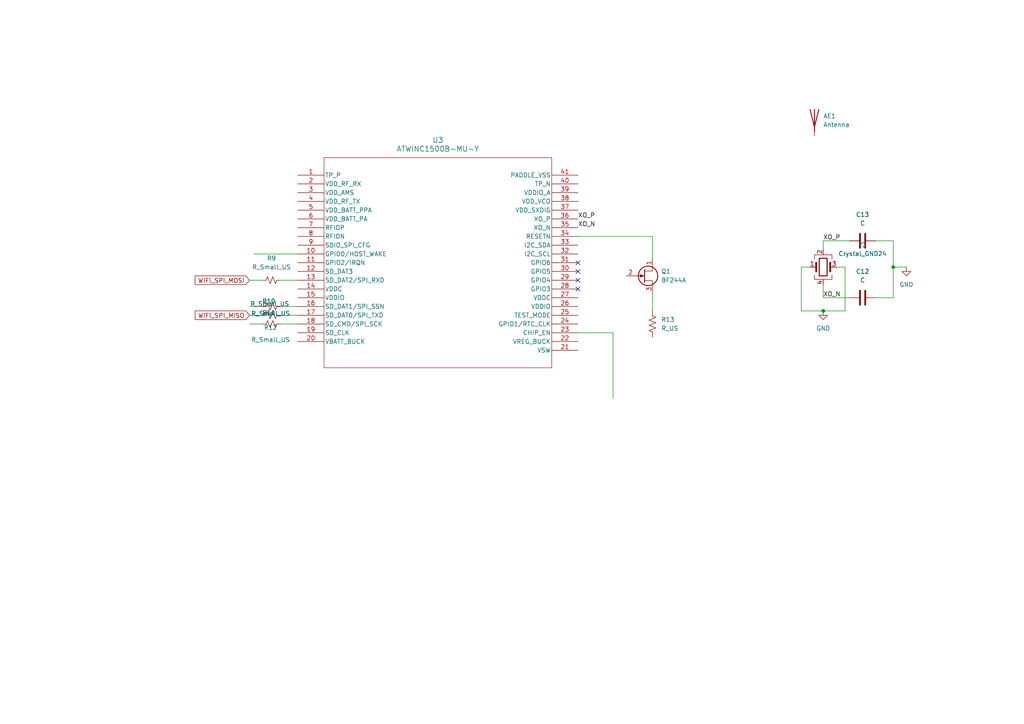
<source format=kicad_sch>
(kicad_sch (version 20250114) (generator "eeschema") (generator_version "9.0")
  (paper "A4")
  (title_block (date "2026-01-16"))
  (lib_symbols
    (symbol "Device:Antenna" (pin_numbers (hide yes)) (pin_names (offset 1.016) (hide yes))
      (property "Reference" "AE" (at -1.905 1.905 0))
      (property "Value" "Antenna" (at -1.905 0 0))
      (symbol "Antenna_0_1"
        (polyline (pts (xy 0 2.54) (xy 0 -3.81)) (stroke (width 0.254)))
        (polyline (pts (xy 1.27 2.54) (xy 0 -2.54) (xy -1.27 2.54)) (stroke (width 0.254)))
      )
      (symbol "Antenna_1_1"
        (pin input line (at 0 -5.08 90) (length 2.54) (name "A") (number "1"))
      )
    )
    (symbol "Device:C" (pin_numbers (hide yes)) (pin_names (offset 0.254))
      (property "Reference" "C" (at 0.635 2.54 0))
      (property "Value" "C" (at 0.635 -2.54 0))
      (symbol "C_0_1"
        (polyline (pts (xy -2.032 0.762) (xy 2.032 0.762)) (stroke (width 0.508)))
        (polyline (pts (xy -2.032 -0.762) (xy 2.032 -0.762)) (stroke (width 0.508)))
      )
      (symbol "C_1_1"
        (pin passive line (at 0 3.81 270) (length 2.794) (name "~") (number "1"))
        (pin passive line (at 0 -3.81 90) (length 2.794) (name "~") (number "2"))
      )
    )
    (symbol "Device:Crystal_GND24" (pin_names (offset 1.016) (hide yes))
      (property "Reference" "Y" (at 3.175 5.08 0))
      (property "Value" "Crystal_GND24" (at 3.175 3.175 0))
      (symbol "Crystal_GND24_0_1"
        (polyline (pts (xy -2.54 2.286) (xy -2.54 3.556) (xy 2.54 3.556) (xy 2.54 2.286)))
        (polyline (pts (xy -2.54 0) (xy -2.032 0)))
        (polyline (pts (xy -2.54 -2.286) (xy -2.54 -3.556) (xy 2.54 -3.556) (xy 2.54 -2.286)))
        (polyline (pts (xy -2.032 -1.27) (xy -2.032 1.27)) (stroke (width 0.508)))
        (rectangle (start -1.143 2.54) (end 1.143 -2.54) (stroke (width 0.3048)))
        (polyline (pts (xy 0 3.556) (xy 0 3.81)))
        (polyline (pts (xy 0 -3.81) (xy 0 -3.556)))
        (polyline (pts (xy 2.032 0) (xy 2.54 0)))
        (polyline (pts (xy 2.032 -1.27) (xy 2.032 1.27)) (stroke (width 0.508)))
      )
      (symbol "Crystal_GND24_1_1"
        (pin passive line (at -3.81 0 0) (length 1.27) (name "1") (number "1"))
        (pin passive line (at 0 5.08 270) (length 1.27) (name "2") (number "2"))
        (pin passive line (at 0 -5.08 90) (length 1.27) (name "4") (number "4"))
        (pin passive line (at 3.81 0 180) (length 1.27) (name "3") (number "3"))
      )
    )
    (symbol "Device:R_Small_US" (pin_numbers (hide yes)) (pin_names (offset 0.254) (hide yes))
      (property "Reference" "R" (at 0.762 0.508 0))
      (property "Value" "R_Small_US" (at 0.762 -1.016 0))
      (symbol "R_Small_US_1_1"
        (polyline (pts (xy 0 1.524) (xy 1.016 1.143) (xy 0 0.762) (xy -1.016 0.381) (xy 0 0)))
        (polyline (pts (xy 0 0) (xy 1.016 -0.381) (xy 0 -0.762) (xy -1.016 -1.143) (xy 0 -1.524)))
        (pin passive line (at 0 2.54 270) (length 1.016) (name "~") (number "1"))
        (pin passive line (at 0 -2.54 90) (length 1.016) (name "~") (number "2"))
      )
    )
    (symbol "Device:R_US" (pin_numbers (hide yes)) (pin_names (offset 0))
      (property "Reference" "R" (at 2.54 0 90))
      (property "Value" "R_US" (at -2.54 0 90))
      (symbol "R_US_0_1"
        (polyline (pts (xy 0 2.286) (xy 0 2.54)))
        (polyline (pts (xy 0 2.286) (xy 1.016 1.905) (xy 0 1.524) (xy -1.016 1.143) (xy 0 0.762)))
        (polyline (pts (xy 0 0.762) (xy 1.016 0.381) (xy 0 0) (xy -1.016 -0.381) (xy 0 -0.762)))
        (polyline (pts (xy 0 -0.762) (xy 1.016 -1.143) (xy 0 -1.524) (xy -1.016 -1.905) (xy 0 -2.286)))
        (polyline (pts (xy 0 -2.286) (xy 0 -2.54)))
      )
      (symbol "R_US_1_1"
        (pin passive line (at 0 3.81 270) (length 1.27) (name "~") (number "1"))
        (pin passive line (at 0 -3.81 90) (length 1.27) (name "~") (number "2"))
      )
    )
    (symbol "Transistor_FET:BF244A" (pin_names (hide yes))
      (property "Reference" "Q" (at 5.08 1.905 0))
      (property "Value" "BF244A" (at 5.08 0 0))
      (symbol "BF244A_0_1"
        (polyline (pts (xy 0 0) (xy -1.016 0.381) (xy -1.016 -0.381) (xy 0 0)) (fill (type outline)))
        (polyline (pts (xy 0.254 1.905) (xy 0.254 -1.905)) (stroke (width 0.254)))
        (polyline (pts (xy 0.254 0) (xy -2.54 0)))
        (circle (center 1.27 0) (radius 2.8194) (stroke (width 0.254)))
        (polyline (pts (xy 2.54 2.54) (xy 2.54 1.397) (xy 0.254 1.397)))
        (polyline (pts (xy 2.54 -2.54) (xy 2.54 -1.397) (xy 0.254 -1.397)))
      )
      (symbol "BF244A_1_1"
        (pin input line (at -5.08 0 0) (length 2.54) (name "G") (number "2"))
        (pin passive line (at 2.54 5.08 270) (length 2.54) (name "D") (number "1"))
        (pin passive line (at 2.54 -5.08 90) (length 2.54) (name "S") (number "3"))
      )
    )
    (symbol "Wifi_Microchip:ATWINC1500B-MU-Y" (pin_names (offset 0.254))
      (property "Reference" "U" (at 40.64 10.16 0))
      (property "Value" "ATWINC1500B-MU-Y" (at 40.64 7.62 0))
      (symbol "ATWINC1500B-MU-Y_0_1"
        (polyline (pts (xy 7.62 5.08) (xy 7.62 -55.88)) (stroke (width 0.127)))
        (polyline (pts (xy 7.62 -55.88) (xy 73.66 -55.88)) (stroke (width 0.127)))
        (polyline (pts (xy 73.66 5.08) (xy 7.62 5.08)) (stroke (width 0.127)))
        (polyline (pts (xy 73.66 -55.88) (xy 73.66 5.08)) (stroke (width 0.127)))
        (pin unspecified line (at 0 0 0) (length 7.62) (name "TP_P") (number "1"))
        (pin power_in line (at 0 -2.54 0) (length 7.62) (name "VDD_RF_RX") (number "2"))
        (pin power_in line (at 0 -5.08 0) (length 7.62) (name "VDD_AMS") (number "3"))
        (pin power_in line (at 0 -7.62 0) (length 7.62) (name "VDD_RF_TX") (number "4"))
        (pin power_in line (at 0 -10.16 0) (length 7.62) (name "VDD_BATT_PPA") (number "5"))
        (pin power_in line (at 0 -12.7 0) (length 7.62) (name "VDD_BATT_PA") (number "6"))
        (pin unspecified line (at 0 -15.24 0) (length 7.62) (name "RFIOP") (number "7"))
        (pin unspecified line (at 0 -17.78 0) (length 7.62) (name "RFION") (number "8"))
        (pin unspecified line (at 0 -20.32 0) (length 7.62) (name "SDIO_SPI_CFG") (number "9"))
        (pin bidirectional line (at 0 -22.86 0) (length 7.62) (name "GPIO0/HOST_WAKE") (number "10"))
        (pin bidirectional line (at 0 -25.4 0) (length 7.62) (name "GPIO2/IRQN") (number "11"))
        (pin bidirectional line (at 0 -27.94 0) (length 7.62) (name "SD_DAT3") (number "12"))
        (pin bidirectional line (at 0 -30.48 0) (length 7.62) (name "SD_DAT2/SPI_RXD") (number "13"))
        (pin power_in line (at 0 -33.02 0) (length 7.62) (name "VDDC") (number "14"))
        (pin power_in line (at 0 -35.56 0) (length 7.62) (name "VDDIO") (number "15"))
        (pin bidirectional line (at 0 -38.1 0) (length 7.62) (name "SD_DAT1/SPI_SSN") (number "16"))
        (pin bidirectional line (at 0 -40.64 0) (length 7.62) (name "SD_DAT0/SPI_TXD") (number "17"))
        (pin unspecified line (at 0 -43.18 0) (length 7.62) (name "SD_CMD/SPI_SCK") (number "18"))
        (pin unspecified line (at 0 -45.72 0) (length 7.62) (name "SD_CLK") (number "19"))
        (pin unspecified line (at 0 -48.26 0) (length 7.62) (name "VBATT_BUCK") (number "20"))
        (pin power_out line (at 81.28 0 180) (length 7.62) (name "PADDLE_VSS") (number "41"))
        (pin unspecified line (at 81.28 -2.54 180) (length 7.62) (name "TP_N") (number "40"))
        (pin power_in line (at 81.28 -5.08 180) (length 7.62) (name "VDDIO_A") (number "39"))
        (pin power_in line (at 81.28 -7.62 180) (length 7.62) (name "VDD_VCO") (number "38"))
        (pin power_in line (at 81.28 -10.16 180) (length 7.62) (name "VDD_SXDIG") (number "37"))
        (pin unspecified line (at 81.28 -12.7 180) (length 7.62) (name "XO_P") (number "36"))
        (pin unspecified line (at 81.28 -15.24 180) (length 7.62) (name "XO_N") (number "35"))
        (pin unspecified line (at 81.28 -17.78 180) (length 7.62) (name "RESETN") (number "34"))
        (pin bidirectional line (at 81.28 -20.32 180) (length 7.62) (name "I2C_SDA") (number "33"))
        (pin bidirectional line (at 81.28 -22.86 180) (length 7.62) (name "I2C_SCL") (number "32"))
        (pin bidirectional line (at 81.28 -25.4 180) (length 7.62) (name "GPIO6") (number "31"))
        (pin bidirectional line (at 81.28 -27.94 180) (length 7.62) (name "GPIO5") (number "30"))
        (pin bidirectional line (at 81.28 -30.48 180) (length 7.62) (name "GPIO4") (number "29"))
        (pin bidirectional line (at 81.28 -33.02 180) (length 7.62) (name "GPIO3") (number "28"))
        (pin power_in line (at 81.28 -35.56 180) (length 7.62) (name "VDDC") (number "27"))
        (pin power_in line (at 81.28 -38.1 180) (length 7.62) (name "VDDIO") (number "26"))
        (pin unspecified line (at 81.28 -40.64 180) (length 7.62) (name "TEST_MODE") (number "25"))
        (pin bidirectional line (at 81.28 -43.18 180) (length 7.62) (name "GPIO1/RTC_CLK") (number "24"))
        (pin unspecified line (at 81.28 -45.72 180) (length 7.62) (name "CHIP_EN") (number "23"))
        (pin unspecified line (at 81.28 -48.26 180) (length 7.62) (name "VREG_BUCK") (number "22"))
        (pin unspecified line (at 81.28 -50.8 180) (length 7.62) (name "VSW") (number "21"))
      )
    )
    (symbol "power:GND" (power) (pin_numbers (hide yes)) (pin_names (offset 0) (hide yes))
      (property "Value" "GND" (at 0 -3.81 0))
      (symbol "GND_0_1"
        (polyline (pts (xy 0 0) (xy 0 -1.27) (xy 1.27 -1.27) (xy 0 -2.54) (xy -1.27 -1.27) (xy 0 -1.27)))
      )
      (symbol "GND_1_1"
        (pin power_in line (at 0 0 270) (length 0) (name "~") (number "1"))
      )
    )
  )
  (junction (at 238.76 90.17))
  (junction (at 259.08 77.47))
  (no_connect (at 167.64 76.2))
  (no_connect (at 167.64 83.82))
  (no_connect (at 167.64 78.74))
  (no_connect (at 167.64 81.28))
  (wire (pts (xy 72.39 81.28) (xy 76.2 81.28)))
  (wire (pts (xy 259.08 77.47) (xy 262.89 77.47)))
  (wire (pts (xy 72.39 93.98) (xy 76.2 93.98)))
  (wire (pts (xy 189.23 68.58) (xy 189.23 74.93)))
  (wire (pts (xy 167.64 68.58) (xy 189.23 68.58)))
  (wire (pts (xy 232.41 77.47) (xy 232.41 90.17)))
  (wire (pts (xy 73.66 73.66) (xy 86.36 73.66)))
  (wire (pts (xy 242.57 77.47) (xy 245.11 77.47)))
  (wire (pts (xy 81.28 81.28) (xy 86.36 81.28)))
  (wire (pts (xy 238.76 90.17) (xy 245.11 90.17)))
  (wire (pts (xy 238.76 69.85) (xy 246.38 69.85)))
  (wire (pts (xy 259.08 86.36) (xy 254 86.36)))
  (wire (pts (xy 167.64 96.52) (xy 177.8 96.52)))
  (wire (pts (xy 72.39 88.9) (xy 76.2 88.9)))
  (wire (pts (xy 72.39 91.44) (xy 76.2 91.44)))
  (wire (pts (xy 81.28 93.98) (xy 86.36 93.98)))
  (wire (pts (xy 81.28 88.9) (xy 86.36 88.9)))
  (wire (pts (xy 254 69.85) (xy 259.08 69.85)))
  (wire (pts (xy 189.23 85.09) (xy 189.23 90.17)))
  (wire (pts (xy 259.08 77.47) (xy 259.08 86.36)))
  (wire (pts (xy 238.76 69.85) (xy 238.76 72.39)))
  (wire (pts (xy 234.95 77.47) (xy 232.41 77.47)))
  (wire (pts (xy 245.11 77.47) (xy 245.11 90.17)))
  (wire (pts (xy 232.41 90.17) (xy 238.76 90.17)))
  (wire (pts (xy 177.8 96.52) (xy 177.8 115.57)))
  (wire (pts (xy 259.08 69.85) (xy 259.08 77.47)))
  (wire (pts (xy 238.76 82.55) (xy 238.76 86.36)))
  (wire (pts (xy 81.28 91.44) (xy 86.36 91.44)))
  (wire (pts (xy 238.76 86.36) (xy 246.38 86.36)))
  (label "XO_N" (at 238.76 86.36 0))
  (label "XO_P" (at 167.64 63.5 0))
  (label "XO_P" (at 238.76 69.85 0))
  (label "XO_N" (at 167.64 66.04 0))
  (global_label "WiFi_SPI_MOSI" (shape input) (at 72.39 81.28 180) (property "Intersheetrefs" "${INTERSHEET_REFS}" (at 56.0395 81.28 0) (show_name yes) (effects (justify right))))
  (global_label "WiFi_SPI_MISO" (shape input) (at 72.39 91.44 180) (property "Intersheetrefs" "${INTERSHEET_REFS}" (at 56.0395 91.44 0) (show_name yes) (effects (justify right))))
  (symbol (lib_id "Device:C") (at 250.19 86.36 90) (unit 1)
    (property "Reference" "C12" (at 250.19 78.74 90))
    (property "Value" "C" (at 250.19 81.28 90))
    (property "Description" "Unpolarized capacitor" (effects (hide yes)))
  )
  (symbol (lib_id "Device:Crystal_GND24") (at 238.76 77.47 0) (unit 1)
    (property "Reference" "Y3" (at 250.19 71.0498 0))
    (property "Value" "Crystal_GND24" (at 250.19 73.5898 0))
    (property "Description" "Four pin crystal, GND on pins 2 and 4" (effects (hide yes)))
  )
  (symbol (lib_id "power:GND") (at 238.76 90.17 0) (unit 1)
    (property "Reference" "#PWR014" (effects (hide yes)))
    (property "Value" "GND" (at 238.76 95.25 0))
    (property "Description" "Power symbol creates a global label with name \"GND\" , ground" (effects (hide yes)))
  )
  (symbol (lib_id "Device:R_Small_US") (at 78.74 81.28 90) (unit 1)
    (property "Reference" "R9" (at 78.74 74.93 90))
    (property "Value" "R_Small_US" (at 78.74 77.47 90))
    (property "Description" "Resistor, small US symbol" (effects (hide yes)))
  )
  (symbol (lib_id "power:GND") (at 262.89 77.47 0) (unit 1)
    (property "Reference" "#PWR013" (effects (hide yes)))
    (property "Value" "GND" (at 262.89 82.55 0))
    (property "Description" "Power symbol creates a global label with name \"GND\" , ground" (effects (hide yes)))
  )
  (symbol (lib_id "Device:Antenna") (at 236.22 34.29 0) (unit 1)
    (property "Reference" "AE1" (at 238.76 33.6549 0) (effects (justify left)))
    (property "Value" "Antenna" (at 238.76 36.1949 0) (effects (justify left)))
    (property "Description" "Antenna" (effects (hide yes)))
  )
  (symbol (lib_id "Device:R_Small_US") (at 78.74 93.98 90) (unit 1)
    (property "Reference" "R12" (at 78.486 94.996 90))
    (property "Value" "R_Small_US" (at 78.486 98.552 90))
    (property "Description" "Resistor, small US symbol" (effects (hide yes)))
  )
  (symbol (lib_id "Device:R_Small_US") (at 78.74 91.44 90) (unit 1)
    (property "Reference" "R11" (at 77.978 90.678 90))
    (property "Value" "R_Small_US" (at 78.486 90.932 90))
    (property "Description" "Resistor, small US symbol" (effects (hide yes)))
  )
  (symbol (lib_id "Transistor_FET:BF244A") (at 186.69 80.01 0) (unit 1)
    (property "Reference" "Q1" (at 191.77 78.7399 0) (effects (justify left)))
    (property "Value" "BF244A" (at 191.77 81.2799 0) (effects (justify left)))
    (property "Footprint" "Package_TO_SOT_THT:TO-92_Inline" (effects (hide yes)))
    (property "Datasheet" "https://media.digikey.com/pdf/Data%20Sheets/Fairchild%20PDFs/BF244x.pdf" (effects (hide yes)))
    (property "Description" "50mA Id, 30V Vgs, N-Channel FET Transistor, TO-92" (effects (hide yes)))
  )
  (symbol (lib_id "Device:C") (at 250.19 69.85 90) (unit 1)
    (property "Reference" "C13" (at 250.19 62.23 90))
    (property "Value" "C" (at 250.19 64.77 90))
    (property "Description" "Unpolarized capacitor" (effects (hide yes)))
  )
  (symbol (lib_id "Device:R_Small_US") (at 78.74 88.9 90) (unit 1)
    (property "Reference" "R10" (at 77.978 87.376 90))
    (property "Value" "R_Small_US" (at 78.232 88.138 90))
    (property "Description" "Resistor, small US symbol" (effects (hide yes)))
  )
  (symbol (lib_id "Device:R_US") (at 189.23 93.98 0) (unit 1)
    (property "Reference" "R13" (at 191.77 92.7099 0) (effects (justify left)))
    (property "Value" "R_US" (at 191.77 95.2499 0) (effects (justify left)))
    (property "Description" "Resistor, US symbol" (effects (hide yes)))
  )
  (symbol (lib_id "Wifi_Microchip:ATWINC1500B-MU-Y") (at 86.36 50.8 0) (unit 1)
    (property "Reference" "U3" (at 127 40.64 0) (effects (font (size 1.524 1.524))))
    (property "Value" "ATWINC1500B-MU-Y" (at 127 43.18 0) (effects (font (size 1.524 1.524))))
    (property "Footprint" "QFN40_5x5MC_MCH" (effects (hide yes)))
    (property "Datasheet" "ATWINC1500B-MU-Y" (effects (hide yes)))
  )
)
</source>
